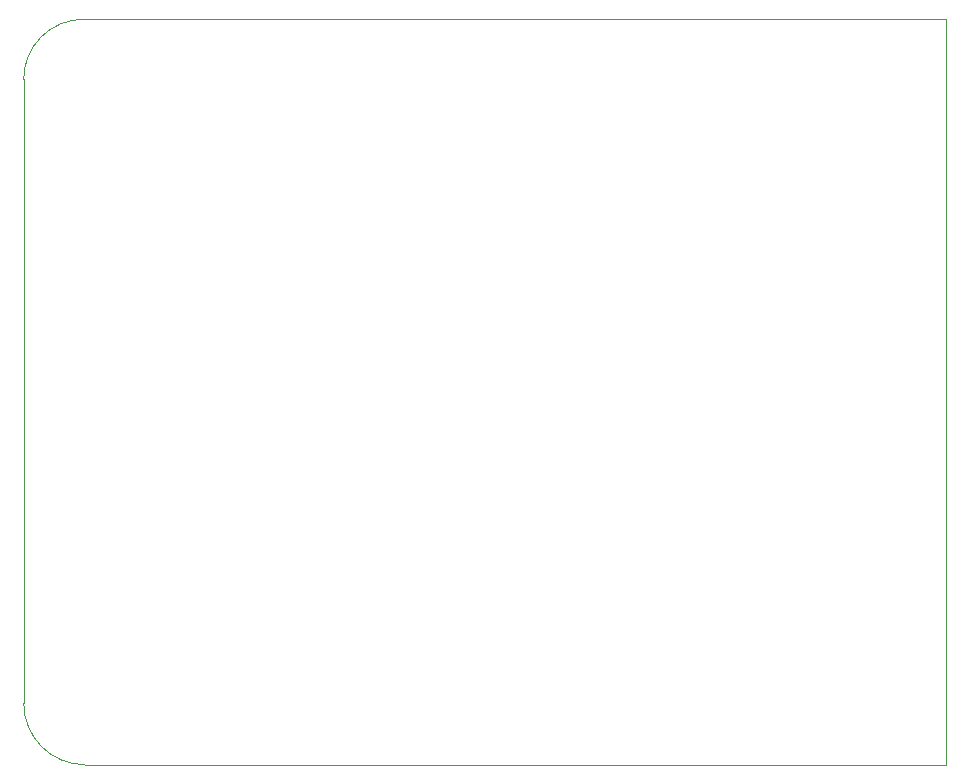
<source format=gko>
G04*
G04 #@! TF.GenerationSoftware,Altium Limited,Altium Designer,20.0.11 (256)*
G04*
G04 Layer_Color=16711935*
%FSLAX25Y25*%
%MOIN*%
G70*
G01*
G75*
%ADD49C,0.00394*%
D49*
X-20839Y450D02*
G03*
X-339Y-20050I20500J0D01*
G01*
X-839Y228450D02*
G03*
X-20839Y208450I-0J-20000D01*
G01*
Y208450D02*
X-20839Y450D01*
X-839Y228450D02*
X286500Y228450D01*
X286500Y-20050D01*
X-339Y-20050D02*
X286500Y-20050D01*
M02*

</source>
